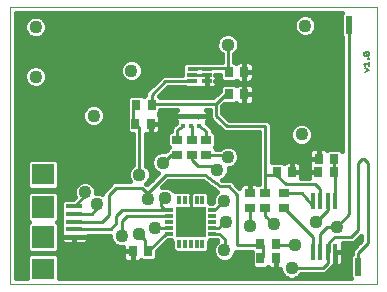
<source format=gtl>
G75*
G70*
%OFA0B0*%
%FSLAX24Y24*%
%IPPOS*%
%LPD*%
%AMOC8*
5,1,8,0,0,1.08239X$1,22.5*
%
%ADD10C,0.0039*%
%ADD11C,0.0050*%
%ADD12R,0.0380X0.0120*%
%ADD13R,0.0340X0.0120*%
%ADD14R,0.0276X0.0354*%
%ADD15R,0.0354X0.0276*%
%ADD16R,0.0177X0.0177*%
%ADD17R,0.0157X0.0177*%
%ADD18R,0.0170X0.0560*%
%ADD19R,0.0276X0.0118*%
%ADD20R,0.0118X0.0276*%
%ADD21R,0.1024X0.1024*%
%ADD22R,0.0551X0.0138*%
%ADD23R,0.0748X0.0709*%
%ADD24R,0.0748X0.0748*%
%ADD25R,0.0197X0.0591*%
%ADD26C,0.0160*%
%ADD27C,0.0440*%
%ADD28C,0.0100*%
%ADD29C,0.0436*%
D10*
X022958Y004884D02*
X022958Y014136D01*
X035202Y014136D01*
X035202Y004884D01*
X022958Y004884D01*
D11*
X034814Y011956D02*
X034941Y012019D01*
X034814Y012083D01*
X034814Y012177D02*
X034751Y012240D01*
X034941Y012240D01*
X034941Y012177D02*
X034941Y012304D01*
X034941Y012398D02*
X034941Y012430D01*
X034909Y012430D01*
X034909Y012398D01*
X034941Y012398D01*
X034909Y012508D02*
X034782Y012508D01*
X034751Y012540D01*
X034751Y012604D01*
X034782Y012635D01*
X034909Y012508D01*
X034941Y012540D01*
X034941Y012604D01*
X034909Y012635D01*
X034782Y012635D01*
D12*
X029061Y012064D03*
D13*
X029041Y011864D03*
X029521Y011864D03*
X029521Y012064D03*
X029521Y011664D03*
X029041Y011664D03*
D14*
X030261Y011970D03*
X030773Y011970D03*
X030781Y011222D03*
X030269Y011222D03*
X027682Y010868D03*
X027171Y010868D03*
X027147Y010246D03*
X027659Y010246D03*
X031852Y008632D03*
X032364Y008632D03*
X033245Y008616D03*
X033757Y008616D03*
X033761Y009077D03*
X033249Y009077D03*
X031820Y006238D03*
X031308Y006238D03*
X031312Y005750D03*
X031824Y005750D03*
X027560Y005986D03*
X027049Y005986D03*
D15*
X030950Y007423D03*
X031478Y007427D03*
X032100Y007427D03*
X032100Y007939D03*
X031478Y007939D03*
X030950Y007935D03*
X029509Y009195D03*
X029017Y009195D03*
X028541Y009195D03*
X028541Y009707D03*
X029017Y009707D03*
X029509Y009707D03*
D16*
X029279Y010161D03*
X029279Y010496D03*
X028747Y010496D03*
X028747Y010161D03*
D17*
X029013Y010161D03*
X029013Y010496D03*
D18*
X033050Y007673D03*
X033300Y007673D03*
X033560Y007673D03*
X033810Y007673D03*
X033810Y005953D03*
X033560Y005953D03*
X033300Y005953D03*
X033050Y005953D03*
D19*
X029714Y006577D03*
X029714Y006773D03*
X029714Y006970D03*
X029714Y007167D03*
X029714Y007364D03*
X028257Y007364D03*
X028257Y007167D03*
X028257Y006970D03*
X028257Y006773D03*
X028257Y006577D03*
D20*
X028592Y006242D03*
X028789Y006242D03*
X028986Y006242D03*
X029182Y006242D03*
X029379Y006242D03*
X029379Y007699D03*
X029182Y007699D03*
X028986Y007699D03*
X028789Y007699D03*
X028592Y007699D03*
D21*
X028986Y006970D03*
D22*
X025112Y006978D03*
X025112Y006722D03*
X025112Y006466D03*
X025112Y007234D03*
X025112Y007490D03*
D23*
X024068Y008553D03*
X024068Y005403D03*
D24*
X024068Y006478D03*
X024068Y007478D03*
D25*
X034572Y005474D03*
X034257Y013545D03*
D26*
X033999Y013601D02*
X033170Y013601D01*
X033179Y013581D02*
X033121Y013720D01*
X033015Y013826D01*
X032876Y013884D01*
X032725Y013884D01*
X032586Y013826D01*
X032480Y013720D01*
X032422Y013581D01*
X032422Y013431D01*
X032480Y013292D01*
X032586Y013185D01*
X032725Y013128D01*
X032876Y013128D01*
X033015Y013185D01*
X033121Y013292D01*
X033179Y013431D01*
X033179Y013581D01*
X033179Y013443D02*
X033999Y013443D01*
X033999Y013284D02*
X033114Y013284D01*
X032487Y013284D02*
X024158Y013284D01*
X024145Y013252D02*
X024202Y013391D01*
X024202Y013542D01*
X024145Y013681D01*
X024038Y013787D01*
X023899Y013845D01*
X023749Y013845D01*
X023610Y013787D01*
X023504Y013681D01*
X023446Y013542D01*
X023446Y013391D01*
X023504Y013252D01*
X023610Y013146D01*
X023749Y013088D01*
X023899Y013088D01*
X024038Y013146D01*
X024145Y013252D01*
X023990Y013126D02*
X029938Y013126D01*
X029904Y013091D02*
X029846Y012951D01*
X029846Y012800D01*
X029904Y012661D01*
X030011Y012554D01*
X030016Y012552D01*
X030016Y012298D01*
X029469Y012298D01*
X029415Y012314D01*
X029385Y012298D01*
X029066Y012298D01*
X029001Y012311D01*
X028981Y012298D01*
X028958Y012298D01*
X028943Y012284D01*
X028805Y012284D01*
X028711Y012190D01*
X028711Y012007D01*
X028703Y011994D01*
X028691Y011948D01*
X028691Y011873D01*
X028052Y011873D01*
X027472Y011294D01*
X027472Y011199D01*
X027427Y011153D01*
X027375Y011205D01*
X026967Y011205D01*
X026873Y011111D01*
X026873Y011001D01*
X026866Y010994D01*
X026866Y010949D01*
X026849Y010908D01*
X026866Y010866D01*
X026866Y010506D01*
X026849Y010489D01*
X026849Y010002D01*
X026943Y009909D01*
X027023Y009909D01*
X027049Y009894D01*
X027063Y009898D01*
X027063Y008869D01*
X027058Y008867D01*
X026951Y008760D01*
X026893Y008621D01*
X026893Y008470D01*
X026951Y008330D01*
X026959Y008322D01*
X026414Y008322D01*
X026055Y007963D01*
X026039Y007947D01*
X026039Y007908D01*
X025947Y007947D01*
X025840Y007947D01*
X025840Y008030D01*
X025783Y008169D01*
X025676Y008275D01*
X025537Y008333D01*
X025387Y008333D01*
X025248Y008275D01*
X025141Y008169D01*
X025084Y008030D01*
X025084Y007879D01*
X025119Y007794D01*
X025044Y007719D01*
X024770Y007719D01*
X024676Y007625D01*
X024676Y006618D01*
X024668Y006605D01*
X024656Y006559D01*
X024656Y006466D01*
X024656Y006374D01*
X024668Y006328D01*
X024692Y006287D01*
X024725Y006253D01*
X024767Y006230D01*
X024812Y006218D01*
X025112Y006218D01*
X025411Y006218D01*
X025457Y006230D01*
X025498Y006253D01*
X025531Y006287D01*
X025555Y006328D01*
X025567Y006374D01*
X025567Y006466D01*
X025112Y006466D01*
X025112Y006466D01*
X025112Y006218D01*
X025112Y006466D01*
X025112Y006466D01*
X025567Y006466D01*
X025567Y006512D01*
X026258Y006512D01*
X026271Y006502D01*
X026304Y006507D01*
X026304Y006423D01*
X026362Y006284D01*
X026468Y006177D01*
X026607Y006120D01*
X026731Y006120D01*
X026731Y005986D01*
X026731Y005785D01*
X026743Y005739D01*
X026767Y005698D01*
X026800Y005665D01*
X026841Y005641D01*
X026887Y005629D01*
X027049Y005629D01*
X027210Y005629D01*
X027256Y005641D01*
X027297Y005665D01*
X027319Y005687D01*
X027356Y005649D01*
X027764Y005649D01*
X027858Y005743D01*
X027858Y005987D01*
X028229Y006358D01*
X028324Y006358D01*
X028330Y006348D01*
X028363Y006314D01*
X028373Y006309D01*
X028373Y006038D01*
X028467Y005944D01*
X029505Y005944D01*
X029598Y006038D01*
X029598Y006309D01*
X029608Y006314D01*
X029641Y006348D01*
X029647Y006358D01*
X029849Y006358D01*
X029874Y006332D01*
X029877Y006329D01*
X029787Y006240D01*
X029730Y006101D01*
X029730Y005950D01*
X029787Y005811D01*
X029893Y005705D01*
X030032Y005647D01*
X030183Y005647D01*
X030322Y005705D01*
X030428Y005811D01*
X030486Y005950D01*
X030486Y005973D01*
X031015Y005973D01*
X031015Y005506D01*
X031108Y005413D01*
X031516Y005413D01*
X031554Y005450D01*
X031576Y005429D01*
X031617Y005405D01*
X031663Y005393D01*
X031824Y005393D01*
X031824Y005750D01*
X031824Y005750D01*
X031824Y005393D01*
X031972Y005393D01*
X031972Y005359D01*
X024602Y005359D01*
X024602Y005201D02*
X032049Y005201D01*
X032030Y005220D02*
X032137Y005113D01*
X032207Y005083D01*
X024602Y005083D01*
X024602Y005824D01*
X024509Y005918D01*
X023628Y005918D01*
X023534Y005824D01*
X023534Y005083D01*
X023158Y005083D01*
X023158Y013936D01*
X034028Y013936D01*
X033999Y013907D01*
X033999Y013184D01*
X034047Y013135D01*
X034047Y009332D01*
X033965Y009414D01*
X033557Y009414D01*
X033519Y009376D01*
X033498Y009398D01*
X033457Y009422D01*
X033411Y009434D01*
X033249Y009434D01*
X033088Y009434D01*
X033042Y009422D01*
X033001Y009398D01*
X032968Y009364D01*
X032944Y009323D01*
X032932Y009278D01*
X032932Y009077D01*
X033249Y009077D01*
X033249Y009434D01*
X033249Y009077D01*
X033249Y009077D01*
X033249Y009077D01*
X032932Y009077D01*
X032932Y008876D01*
X032938Y008854D01*
X032928Y008817D01*
X032928Y008616D01*
X032928Y008440D01*
X032681Y008440D01*
X032681Y008632D01*
X032681Y008833D01*
X032669Y008878D01*
X032645Y008919D01*
X032612Y008953D01*
X032571Y008977D01*
X032525Y008989D01*
X032364Y008989D01*
X032364Y008632D01*
X032681Y008632D01*
X032364Y008632D01*
X032364Y008632D01*
X032364Y008632D01*
X032364Y008989D01*
X032202Y008989D01*
X032156Y008977D01*
X032115Y008953D01*
X032094Y008931D01*
X032056Y008969D01*
X031687Y008969D01*
X031684Y010160D01*
X031684Y010246D01*
X031684Y010247D01*
X031622Y010308D01*
X031561Y010369D01*
X031560Y010369D01*
X031560Y010370D01*
X031474Y010369D01*
X030273Y010369D01*
X030042Y010601D01*
X030042Y010820D01*
X030107Y010885D01*
X030473Y010885D01*
X030511Y010923D01*
X030533Y010901D01*
X030574Y010877D01*
X030619Y010865D01*
X030781Y010865D01*
X030942Y010865D01*
X030988Y010877D01*
X031029Y010901D01*
X031063Y010935D01*
X031086Y010976D01*
X031099Y011021D01*
X031099Y011222D01*
X030781Y011222D01*
X030781Y010865D01*
X030781Y011222D01*
X030781Y011222D01*
X030781Y011222D01*
X031099Y011222D01*
X031099Y011423D01*
X031086Y011469D01*
X031063Y011510D01*
X031029Y011544D01*
X030988Y011567D01*
X030942Y011579D01*
X030781Y011579D01*
X030781Y011222D01*
X030781Y011222D01*
X030781Y011579D01*
X030619Y011579D01*
X030574Y011567D01*
X030533Y011544D01*
X030511Y011522D01*
X030473Y011559D01*
X030065Y011559D01*
X029971Y011466D01*
X029971Y011344D01*
X029745Y011117D01*
X027974Y011117D01*
X027932Y011159D01*
X028226Y011453D01*
X028795Y011453D01*
X028805Y011444D01*
X029268Y011444D01*
X029281Y011436D01*
X029327Y011424D01*
X029521Y011424D01*
X029715Y011424D01*
X029760Y011436D01*
X029801Y011460D01*
X029835Y011494D01*
X029859Y011535D01*
X029871Y011580D01*
X029871Y011664D01*
X029805Y011664D01*
X029805Y011664D01*
X029871Y011664D01*
X029871Y011748D01*
X029867Y011764D01*
X029871Y011780D01*
X029871Y011864D01*
X029805Y011864D01*
X029871Y011864D01*
X029871Y011878D01*
X029963Y011878D01*
X029963Y011727D01*
X030057Y011633D01*
X030465Y011633D01*
X030503Y011671D01*
X030525Y011649D01*
X030566Y011625D01*
X030612Y011613D01*
X030773Y011613D01*
X030935Y011613D01*
X030980Y011625D01*
X031021Y011649D01*
X031055Y011683D01*
X031079Y011724D01*
X031091Y011769D01*
X031091Y011970D01*
X030773Y011970D01*
X030773Y011613D01*
X030773Y011970D01*
X030773Y011970D01*
X030773Y011970D01*
X031091Y011970D01*
X031091Y012171D01*
X031079Y012217D01*
X031055Y012258D01*
X031021Y012292D01*
X030980Y012315D01*
X030935Y012328D01*
X030773Y012328D01*
X030612Y012328D01*
X030566Y012315D01*
X030525Y012292D01*
X030503Y012270D01*
X030465Y012308D01*
X030436Y012308D01*
X030436Y012552D01*
X030441Y012554D01*
X030548Y012661D01*
X030606Y012800D01*
X030606Y012951D01*
X030548Y013091D01*
X030441Y013198D01*
X030301Y013256D01*
X030150Y013256D01*
X030011Y013198D01*
X029904Y013091D01*
X029852Y012967D02*
X023158Y012967D01*
X023158Y012809D02*
X029846Y012809D01*
X029914Y012650D02*
X023158Y012650D01*
X023158Y012492D02*
X030016Y012492D01*
X030016Y012333D02*
X027220Y012333D01*
X027227Y012330D02*
X027088Y012388D01*
X026938Y012388D01*
X026799Y012330D01*
X026693Y012224D01*
X026635Y012085D01*
X026635Y011934D01*
X026693Y011796D01*
X026799Y011689D01*
X026938Y011632D01*
X027088Y011632D01*
X027227Y011689D01*
X027334Y011796D01*
X027391Y011934D01*
X027391Y012085D01*
X027334Y012224D01*
X027227Y012330D01*
X027354Y012175D02*
X028711Y012175D01*
X028711Y012016D02*
X027391Y012016D01*
X027359Y011858D02*
X028037Y011858D01*
X027878Y011699D02*
X027237Y011699D01*
X026789Y011699D02*
X024186Y011699D01*
X024202Y011738D02*
X024145Y011599D01*
X024038Y011492D01*
X023899Y011435D01*
X023749Y011435D01*
X023610Y011492D01*
X023504Y011599D01*
X023446Y011738D01*
X023446Y011888D01*
X023504Y012027D01*
X023610Y012133D01*
X023749Y012191D01*
X023899Y012191D01*
X024038Y012133D01*
X024145Y012027D01*
X024202Y011888D01*
X024202Y011738D01*
X024202Y011858D02*
X026667Y011858D01*
X026635Y012016D02*
X024149Y012016D01*
X023939Y012175D02*
X026672Y012175D01*
X026806Y012333D02*
X023158Y012333D01*
X023158Y012175D02*
X023710Y012175D01*
X023499Y012016D02*
X023158Y012016D01*
X023158Y011858D02*
X023446Y011858D01*
X023462Y011699D02*
X023158Y011699D01*
X023158Y011541D02*
X023562Y011541D01*
X023158Y011382D02*
X027561Y011382D01*
X027720Y011541D02*
X024087Y011541D01*
X023158Y011224D02*
X027472Y011224D01*
X026873Y011065D02*
X023158Y011065D01*
X023158Y010907D02*
X026849Y010907D01*
X026866Y010748D02*
X026053Y010748D01*
X026074Y010728D02*
X025968Y010834D01*
X025829Y010892D01*
X025678Y010892D01*
X025539Y010834D01*
X025433Y010728D01*
X025375Y010589D01*
X025375Y010438D01*
X025433Y010299D01*
X025539Y010193D01*
X025678Y010136D01*
X025829Y010136D01*
X025968Y010193D01*
X026074Y010299D01*
X026131Y010438D01*
X026131Y010589D01*
X026074Y010728D01*
X026131Y010590D02*
X026866Y010590D01*
X026849Y010431D02*
X026128Y010431D01*
X026047Y010273D02*
X026849Y010273D01*
X026849Y010114D02*
X023158Y010114D01*
X023158Y009956D02*
X026896Y009956D01*
X027063Y009797D02*
X023158Y009797D01*
X023158Y009639D02*
X027063Y009639D01*
X027483Y009639D02*
X028204Y009639D01*
X028204Y009502D02*
X028255Y009451D01*
X028204Y009399D01*
X028204Y009379D01*
X028141Y009317D01*
X028136Y009319D01*
X027985Y009319D01*
X027845Y009261D01*
X027738Y009154D01*
X027680Y009014D01*
X027680Y008863D01*
X027738Y008724D01*
X027845Y008617D01*
X027905Y008592D01*
X027537Y008224D01*
X027513Y008248D01*
X027595Y008330D01*
X027653Y008470D01*
X027653Y008621D01*
X027595Y008760D01*
X027488Y008867D01*
X027483Y008869D01*
X027483Y009893D01*
X027497Y009889D01*
X027659Y009889D01*
X027820Y009889D01*
X027866Y009901D01*
X027907Y009925D01*
X027941Y009958D01*
X027964Y009999D01*
X027977Y010045D01*
X027977Y010246D01*
X027977Y010447D01*
X027964Y010493D01*
X027941Y010534D01*
X027915Y010559D01*
X027980Y010625D01*
X027980Y010697D01*
X028517Y010697D01*
X028515Y010695D01*
X028491Y010654D01*
X028479Y010608D01*
X028479Y010496D01*
X028747Y010496D01*
X028747Y010496D01*
X028479Y010496D01*
X028479Y010384D01*
X028491Y010338D01*
X028502Y010319D01*
X028499Y010316D01*
X028499Y010254D01*
X028481Y010243D01*
X028454Y010243D01*
X028409Y010199D01*
X028356Y010166D01*
X028350Y010140D01*
X028331Y010120D01*
X028331Y010058D01*
X028318Y010004D01*
X028297Y010004D01*
X028204Y009911D01*
X028204Y009502D01*
X028226Y009480D02*
X027483Y009480D01*
X027483Y009322D02*
X028146Y009322D01*
X027747Y009163D02*
X027483Y009163D01*
X027483Y009005D02*
X027680Y009005D01*
X027687Y008846D02*
X027509Y008846D01*
X027625Y008688D02*
X027774Y008688D01*
X027842Y008529D02*
X027653Y008529D01*
X027684Y008371D02*
X027612Y008371D01*
X028031Y008124D02*
X028242Y008335D01*
X029131Y008335D01*
X029383Y008335D01*
X029827Y007993D01*
X029857Y007963D01*
X029787Y007893D01*
X029730Y007754D01*
X029730Y007624D01*
X029684Y007583D01*
X029647Y007583D01*
X029641Y007593D01*
X029608Y007626D01*
X029598Y007632D01*
X029598Y007903D01*
X029505Y007996D01*
X029128Y007996D01*
X029114Y008004D01*
X029068Y008016D01*
X028986Y008016D01*
X028986Y007925D01*
X028986Y007925D01*
X028986Y007925D01*
X028986Y008016D01*
X028903Y008016D01*
X028857Y008004D01*
X028844Y007996D01*
X028467Y007996D01*
X028452Y007982D01*
X028354Y008080D01*
X028215Y008138D01*
X028064Y008138D01*
X028031Y008124D01*
X028119Y008212D02*
X029542Y008212D01*
X029749Y008054D02*
X028381Y008054D01*
X029598Y007895D02*
X029789Y007895D01*
X029730Y007737D02*
X029598Y007737D01*
X030352Y008361D02*
X030598Y008115D01*
X030605Y008142D01*
X030629Y008183D01*
X030662Y008217D01*
X030704Y008240D01*
X030749Y008253D01*
X030950Y008253D01*
X030950Y007935D01*
X030950Y007935D01*
X030950Y008253D01*
X031151Y008253D01*
X031197Y008240D01*
X031223Y008225D01*
X031234Y008237D01*
X031268Y008237D01*
X031268Y008545D01*
X031264Y009949D01*
X030099Y009949D01*
X029745Y010304D01*
X029622Y010427D01*
X029622Y010697D01*
X029509Y010697D01*
X029512Y010695D01*
X029535Y010654D01*
X029548Y010608D01*
X029548Y010496D01*
X029279Y010496D01*
X029279Y010496D01*
X029548Y010496D01*
X029548Y010384D01*
X029535Y010338D01*
X029524Y010319D01*
X029528Y010316D01*
X029528Y010249D01*
X029572Y010220D01*
X029596Y010220D01*
X029643Y010173D01*
X029697Y010137D01*
X029702Y010114D01*
X029934Y010114D01*
X029801Y009956D02*
X030093Y009956D01*
X029846Y009911D02*
X029753Y010004D01*
X029725Y010004D01*
X029719Y010031D01*
X029719Y010097D01*
X029702Y010114D01*
X029776Y010273D02*
X029528Y010273D01*
X029548Y010431D02*
X029622Y010431D01*
X029622Y010590D02*
X029548Y010590D01*
X029279Y010496D02*
X029279Y010496D01*
X029272Y010496D01*
X029013Y010496D01*
X029013Y010496D01*
X028747Y010496D01*
X028747Y010496D01*
X028754Y010496D01*
X029013Y010496D01*
X029013Y010496D01*
X029279Y010496D01*
X030053Y010590D02*
X034047Y010590D01*
X034047Y010748D02*
X030042Y010748D01*
X030495Y010907D02*
X030527Y010907D01*
X030781Y010907D02*
X030781Y010907D01*
X030781Y011065D02*
X030781Y011065D01*
X030781Y011224D02*
X030781Y011224D01*
X031099Y011224D02*
X034047Y011224D01*
X034047Y011065D02*
X031099Y011065D01*
X031035Y010907D02*
X034047Y010907D01*
X034047Y010431D02*
X030211Y010431D01*
X031658Y010273D02*
X034047Y010273D01*
X034047Y010114D02*
X032987Y010114D01*
X033003Y010098D02*
X032897Y010204D01*
X032758Y010262D01*
X032607Y010262D01*
X032468Y010204D01*
X032362Y010098D01*
X032304Y009959D01*
X032304Y009809D01*
X032362Y009670D01*
X032468Y009563D01*
X032607Y009506D01*
X032758Y009506D01*
X032897Y009563D01*
X033003Y009670D01*
X033061Y009809D01*
X033061Y009959D01*
X033003Y010098D01*
X033061Y009956D02*
X034047Y009956D01*
X034047Y009797D02*
X033056Y009797D01*
X032972Y009639D02*
X034047Y009639D01*
X034047Y009480D02*
X031685Y009480D01*
X031686Y009322D02*
X032943Y009322D01*
X032932Y009163D02*
X031686Y009163D01*
X031687Y009005D02*
X032932Y009005D01*
X032936Y008846D02*
X032678Y008846D01*
X032681Y008688D02*
X032928Y008688D01*
X032928Y008616D02*
X033245Y008616D01*
X032928Y008616D01*
X032928Y008529D02*
X032681Y008529D01*
X032364Y008688D02*
X032364Y008688D01*
X032364Y008846D02*
X032364Y008846D01*
X033245Y008616D02*
X033245Y008616D01*
X033249Y009163D02*
X033249Y009163D01*
X033249Y009322D02*
X033249Y009322D01*
X032393Y009639D02*
X031685Y009639D01*
X031685Y009797D02*
X032309Y009797D01*
X032304Y009956D02*
X031684Y009956D01*
X031684Y010114D02*
X032378Y010114D01*
X031684Y010247D02*
X031684Y010247D01*
X031265Y009797D02*
X029846Y009797D01*
X029846Y009911D02*
X029846Y009502D01*
X029795Y009451D01*
X029840Y009405D01*
X029960Y009405D01*
X030012Y009456D01*
X030151Y009514D01*
X030301Y009514D01*
X030440Y009456D01*
X030546Y009350D01*
X030604Y009211D01*
X030604Y009060D01*
X030546Y008922D01*
X030440Y008815D01*
X030301Y008758D01*
X030250Y008758D01*
X030250Y008627D01*
X030192Y008488D01*
X030086Y008382D01*
X030037Y008362D01*
X030037Y008361D01*
X030352Y008361D01*
X030501Y008212D02*
X030658Y008212D01*
X030950Y008212D02*
X030950Y008212D01*
X030950Y008054D02*
X030950Y008054D01*
X031268Y008371D02*
X030058Y008371D01*
X030209Y008529D02*
X031268Y008529D01*
X031267Y008688D02*
X030250Y008688D01*
X030471Y008846D02*
X031267Y008846D01*
X031267Y009005D02*
X030581Y009005D01*
X030604Y009163D02*
X031266Y009163D01*
X031266Y009322D02*
X030558Y009322D01*
X030382Y009480D02*
X031265Y009480D01*
X031265Y009639D02*
X029846Y009639D01*
X029824Y009480D02*
X030070Y009480D01*
X028249Y009956D02*
X027938Y009956D01*
X027977Y010114D02*
X028331Y010114D01*
X028499Y010273D02*
X027977Y010273D01*
X027977Y010246D02*
X027659Y010246D01*
X027659Y010246D01*
X027977Y010246D01*
X027977Y010431D02*
X028479Y010431D01*
X028479Y010590D02*
X027945Y010590D01*
X027659Y010246D02*
X027659Y009889D01*
X027659Y010246D01*
X027659Y010246D01*
X027659Y010114D02*
X027659Y010114D01*
X027659Y009956D02*
X027659Y009956D01*
X027483Y009797D02*
X028204Y009797D01*
X027063Y009480D02*
X023158Y009480D01*
X023158Y009322D02*
X027063Y009322D01*
X027063Y009163D02*
X023158Y009163D01*
X023158Y009005D02*
X023565Y009005D01*
X023534Y008974D02*
X023534Y008132D01*
X023628Y008039D01*
X024509Y008039D01*
X024602Y008132D01*
X024602Y008974D01*
X024509Y009067D01*
X023628Y009067D01*
X023534Y008974D01*
X023534Y008846D02*
X023158Y008846D01*
X023158Y008688D02*
X023534Y008688D01*
X023534Y008529D02*
X023158Y008529D01*
X023158Y008371D02*
X023534Y008371D01*
X023534Y008212D02*
X023158Y008212D01*
X023158Y008054D02*
X023613Y008054D01*
X023628Y008012D02*
X023534Y007919D01*
X023534Y007038D01*
X023594Y006978D01*
X023534Y006919D01*
X023534Y006038D01*
X023628Y005944D01*
X024509Y005944D01*
X024602Y006038D01*
X024602Y006919D01*
X024543Y006978D01*
X024602Y007038D01*
X024602Y007919D01*
X024509Y008012D01*
X023628Y008012D01*
X023534Y007895D02*
X023158Y007895D01*
X023158Y007737D02*
X023534Y007737D01*
X023534Y007578D02*
X023158Y007578D01*
X023158Y007420D02*
X023534Y007420D01*
X023534Y007261D02*
X023158Y007261D01*
X023158Y007103D02*
X023534Y007103D01*
X023560Y006944D02*
X023158Y006944D01*
X023158Y006786D02*
X023534Y006786D01*
X023534Y006627D02*
X023158Y006627D01*
X023158Y006469D02*
X023534Y006469D01*
X023534Y006310D02*
X023158Y006310D01*
X023158Y006152D02*
X023534Y006152D01*
X023579Y005993D02*
X023158Y005993D01*
X023158Y005835D02*
X023545Y005835D01*
X023534Y005676D02*
X023158Y005676D01*
X023158Y005518D02*
X023534Y005518D01*
X023534Y005359D02*
X023158Y005359D01*
X023158Y005201D02*
X023534Y005201D01*
X024602Y005518D02*
X031015Y005518D01*
X031015Y005676D02*
X030253Y005676D01*
X030438Y005835D02*
X031015Y005835D01*
X031824Y005676D02*
X031824Y005676D01*
X031824Y005518D02*
X031824Y005518D01*
X031972Y005359D02*
X032030Y005220D01*
X032496Y005083D02*
X032567Y005113D01*
X032674Y005220D01*
X032676Y005225D01*
X033478Y005225D01*
X033636Y005382D01*
X033746Y005493D01*
X033810Y005493D01*
X033810Y005953D01*
X033810Y005953D01*
X033810Y005493D01*
X033919Y005493D01*
X033965Y005505D01*
X034006Y005529D01*
X034040Y005562D01*
X034063Y005603D01*
X034075Y005649D01*
X034075Y005953D01*
X034075Y006249D01*
X034423Y006249D01*
X034659Y006485D01*
X034677Y006503D01*
X034677Y006349D01*
X034362Y006034D01*
X034362Y005884D01*
X034314Y005836D01*
X034314Y005113D01*
X034343Y005083D01*
X032496Y005083D01*
X032655Y005201D02*
X034314Y005201D01*
X034314Y005359D02*
X033612Y005359D01*
X033810Y005518D02*
X033810Y005518D01*
X033810Y005676D02*
X033810Y005676D01*
X033810Y005835D02*
X033810Y005835D01*
X033811Y005953D02*
X033811Y005953D01*
X034075Y005953D01*
X033811Y005953D01*
X034075Y005993D02*
X034362Y005993D01*
X034480Y006152D02*
X034075Y006152D01*
X034485Y006310D02*
X034639Y006310D01*
X034643Y006469D02*
X034677Y006469D01*
X034314Y005835D02*
X034075Y005835D01*
X034075Y005676D02*
X034314Y005676D01*
X034314Y005518D02*
X033987Y005518D01*
X029963Y005676D02*
X027792Y005676D01*
X027858Y005835D02*
X029777Y005835D01*
X029730Y005993D02*
X029554Y005993D01*
X029598Y006152D02*
X029751Y006152D01*
X029858Y006310D02*
X029601Y006310D01*
X028418Y005993D02*
X027865Y005993D01*
X028023Y006152D02*
X028373Y006152D01*
X028371Y006310D02*
X028182Y006310D01*
X027049Y005986D02*
X027049Y005629D01*
X027049Y005986D01*
X027049Y005986D01*
X026731Y005986D01*
X027049Y005986D01*
X027049Y005986D01*
X026731Y005993D02*
X024558Y005993D01*
X024602Y006152D02*
X026530Y006152D01*
X026351Y006310D02*
X025545Y006310D01*
X025567Y006469D02*
X026304Y006469D01*
X025112Y006466D02*
X024656Y006466D01*
X025112Y006466D01*
X025112Y006466D01*
X025112Y006310D02*
X025112Y006310D01*
X024679Y006310D02*
X024602Y006310D01*
X024602Y006469D02*
X024656Y006469D01*
X024676Y006627D02*
X024602Y006627D01*
X024602Y006786D02*
X024676Y006786D01*
X024676Y006944D02*
X024577Y006944D01*
X024602Y007103D02*
X024676Y007103D01*
X024676Y007261D02*
X024602Y007261D01*
X024602Y007420D02*
X024676Y007420D01*
X024676Y007578D02*
X024602Y007578D01*
X024602Y007737D02*
X025061Y007737D01*
X025084Y007895D02*
X024602Y007895D01*
X024524Y008054D02*
X025094Y008054D01*
X025185Y008212D02*
X024602Y008212D01*
X024602Y008371D02*
X026934Y008371D01*
X026893Y008529D02*
X024602Y008529D01*
X024602Y008688D02*
X026921Y008688D01*
X027037Y008846D02*
X024602Y008846D01*
X024571Y009005D02*
X027063Y009005D01*
X026305Y008212D02*
X025739Y008212D01*
X025830Y008054D02*
X026146Y008054D01*
X025460Y010273D02*
X023158Y010273D01*
X023158Y010431D02*
X025378Y010431D01*
X025376Y010590D02*
X023158Y010590D01*
X023158Y010748D02*
X025453Y010748D01*
X027997Y011224D02*
X029851Y011224D01*
X029971Y011382D02*
X028155Y011382D01*
X029521Y011424D02*
X029521Y011664D01*
X029521Y011424D01*
X029521Y011541D02*
X029521Y011541D01*
X029521Y011664D02*
X029521Y011664D01*
X029521Y011844D01*
X029521Y011844D01*
X029521Y011664D01*
X029521Y011664D01*
X029521Y011699D02*
X029521Y011699D01*
X029805Y011864D02*
X029805Y011864D01*
X029871Y011858D02*
X029963Y011858D01*
X029991Y011699D02*
X029871Y011699D01*
X029860Y011541D02*
X030046Y011541D01*
X030492Y011541D02*
X030530Y011541D01*
X030781Y011541D02*
X030781Y011541D01*
X030773Y011699D02*
X030773Y011699D01*
X030773Y011858D02*
X030773Y011858D01*
X030773Y011970D02*
X030773Y012328D01*
X030773Y011970D01*
X030773Y011970D01*
X030773Y012016D02*
X030773Y012016D01*
X030773Y012175D02*
X030773Y012175D01*
X031090Y012175D02*
X034047Y012175D01*
X034047Y012333D02*
X030436Y012333D01*
X030436Y012492D02*
X034047Y012492D01*
X034047Y012650D02*
X030538Y012650D01*
X030606Y012809D02*
X034047Y012809D01*
X034047Y012967D02*
X030599Y012967D01*
X030513Y013126D02*
X034047Y013126D01*
X032422Y013443D02*
X024202Y013443D01*
X024178Y013601D02*
X032431Y013601D01*
X032520Y013760D02*
X024066Y013760D01*
X023583Y013760D02*
X023158Y013760D01*
X023158Y013918D02*
X034010Y013918D01*
X033999Y013760D02*
X033081Y013760D01*
X034047Y012016D02*
X031091Y012016D01*
X031091Y011858D02*
X034047Y011858D01*
X034047Y011699D02*
X031064Y011699D01*
X031032Y011541D02*
X034047Y011541D01*
X034047Y011382D02*
X031099Y011382D01*
X030781Y011382D02*
X030781Y011382D01*
X023659Y013126D02*
X023158Y013126D01*
X023158Y013284D02*
X023490Y013284D01*
X023446Y013443D02*
X023158Y013443D01*
X023158Y013601D02*
X023471Y013601D01*
X024592Y005835D02*
X026731Y005835D01*
X026789Y005676D02*
X024602Y005676D01*
X027049Y005676D02*
X027049Y005676D01*
X027049Y005835D02*
X027049Y005835D01*
X027308Y005676D02*
X027329Y005676D01*
D27*
X027273Y006577D03*
X028139Y007758D03*
X027273Y008545D03*
X028060Y008939D03*
X030619Y010514D03*
X030226Y012876D03*
X029399Y013585D03*
X033179Y006970D03*
X032470Y006183D03*
X030950Y006840D03*
X032352Y005435D03*
D28*
X032864Y005435D01*
X033391Y005435D01*
X033549Y005592D01*
X033549Y005941D01*
X033560Y005953D01*
X033588Y005980D01*
X033588Y006301D01*
X033785Y006459D01*
X034336Y006459D01*
X034572Y006695D01*
X034572Y008821D01*
X034572Y008939D01*
X034690Y009057D01*
X034769Y009057D01*
X034887Y008939D01*
X034887Y006262D01*
X034572Y005947D01*
X034572Y005474D01*
X033824Y005592D02*
X033824Y005939D01*
X033810Y005953D01*
X033844Y005986D01*
X034360Y005986D01*
X033560Y005953D02*
X033572Y005789D01*
X033300Y005953D02*
X033300Y006266D01*
X033300Y006580D01*
X033324Y006604D01*
X033533Y006813D01*
X033848Y006813D01*
X034257Y007222D01*
X034257Y013545D01*
X030226Y012876D02*
X030226Y012088D01*
X030261Y011970D01*
X030226Y012088D01*
X029438Y012088D01*
X029521Y012064D01*
X029438Y012088D01*
X029045Y012088D01*
X029061Y012064D01*
X029041Y011864D02*
X029521Y011864D01*
X029041Y011664D02*
X029040Y011663D01*
X028139Y011663D01*
X027682Y011207D01*
X027682Y010868D01*
X027667Y010907D01*
X029832Y010907D01*
X030226Y011301D01*
X030269Y011222D01*
X029832Y010907D02*
X029832Y010514D01*
X030186Y010159D01*
X031474Y010159D01*
X031478Y008545D01*
X031604Y008545D01*
X031840Y008545D01*
X032155Y008230D01*
X033139Y008230D01*
X033297Y008073D01*
X033297Y007876D01*
X033300Y007872D01*
X033300Y007673D01*
X033050Y007673D02*
X032982Y007561D01*
X032682Y007939D01*
X032100Y007939D01*
X031478Y007939D02*
X031478Y008545D01*
X031604Y008545D01*
X031801Y008545D01*
X031852Y008632D01*
X031604Y008545D02*
X031478Y008545D01*
X030541Y007876D02*
X030265Y008151D01*
X029966Y008151D01*
X029454Y008545D01*
X029218Y008545D01*
X028155Y008545D01*
X027682Y008073D01*
X027549Y007939D01*
X027549Y007915D01*
X027352Y008112D01*
X027328Y008112D01*
X027289Y008112D01*
X026501Y008112D01*
X026265Y007876D01*
X026249Y007860D01*
X026249Y007191D01*
X026029Y006970D01*
X025344Y006970D01*
X025112Y006978D01*
X025112Y006722D02*
X025765Y006722D01*
X026328Y006722D01*
X026486Y006931D01*
X026486Y007151D01*
X026698Y007364D01*
X027864Y007364D01*
X028116Y007364D01*
X028257Y007364D01*
X028116Y007364D01*
X027997Y007482D01*
X027997Y007679D01*
X028076Y007758D01*
X028139Y007758D01*
X027549Y007718D02*
X027549Y007915D01*
X028982Y007703D02*
X028986Y007699D01*
X028986Y006970D01*
X029714Y006773D02*
X029911Y006773D01*
X030159Y006970D01*
X030950Y006840D02*
X030950Y007423D01*
X031478Y007427D02*
X031478Y007175D01*
X031761Y006892D01*
X032100Y007427D02*
X033050Y006476D01*
X033050Y005953D01*
X032470Y006183D02*
X031801Y006183D01*
X031820Y006238D01*
X031407Y006183D02*
X031308Y006238D01*
X031407Y006183D01*
X030541Y006183D01*
X030541Y007876D01*
X030108Y007679D02*
X029753Y007364D01*
X029714Y007364D01*
X028982Y007703D02*
X028982Y008191D01*
X029753Y008821D02*
X029871Y008703D01*
X029753Y008821D02*
X029415Y008821D01*
X029218Y008821D01*
X029017Y009022D01*
X029017Y009195D01*
X028541Y009195D02*
X028533Y009136D01*
X028541Y009195D02*
X028316Y009195D01*
X028060Y008939D01*
X027273Y008545D02*
X027273Y010120D01*
X027147Y010246D01*
X027076Y010120D01*
X027076Y010907D01*
X027171Y010868D01*
X028541Y010033D02*
X028747Y010161D01*
X028541Y010033D02*
X028541Y009707D01*
X029017Y009707D02*
X029017Y010157D01*
X029013Y010161D01*
X029279Y010161D02*
X029509Y010010D01*
X029509Y009707D01*
X029509Y009195D02*
X030127Y009195D01*
X030226Y009136D01*
X033761Y009077D02*
X033769Y008939D01*
X033769Y008545D01*
X033810Y008504D01*
X033810Y007673D01*
X033560Y007673D02*
X033572Y007561D01*
X033572Y007364D01*
X033179Y006970D01*
X031407Y006183D02*
X031407Y005789D01*
X031312Y005750D01*
X031824Y005750D02*
X031824Y005270D01*
X032013Y005081D01*
X033352Y005081D01*
X033470Y005199D01*
X033470Y005238D01*
X033824Y005592D01*
X030123Y006041D02*
X030108Y006025D01*
X030123Y006041D02*
X030123Y006380D01*
X030084Y006419D01*
X029927Y006577D01*
X029714Y006577D01*
X028257Y006577D02*
X028151Y006577D01*
X027560Y005986D01*
X027470Y005986D01*
X027470Y006380D01*
X027273Y006577D01*
X027785Y006773D02*
X028257Y006773D01*
X028257Y007167D02*
X027997Y007167D01*
X027988Y007168D01*
X026870Y007168D01*
X026856Y007168D01*
X026698Y007010D01*
X026698Y006514D01*
X026682Y006498D01*
X025871Y007419D02*
X025686Y007234D01*
X025112Y007234D01*
X025123Y007246D01*
X025112Y007490D02*
X025462Y007840D01*
X025462Y007955D01*
X025871Y007569D02*
X025871Y007419D01*
X033757Y008616D02*
X033769Y008545D01*
X029272Y010496D02*
X029242Y010435D01*
D29*
X030596Y009648D03*
X030226Y009136D03*
X029871Y008703D03*
X028982Y008191D03*
X030108Y007679D03*
X030159Y006970D03*
X031761Y006892D03*
X033848Y006813D03*
X030108Y006025D03*
X027785Y006773D03*
X026682Y006498D03*
X025871Y007569D03*
X025462Y007955D03*
X027549Y007718D03*
X032682Y009884D03*
X027013Y012010D03*
X023824Y011813D03*
X025753Y010514D03*
X023824Y013466D03*
X032801Y013506D03*
X024848Y005317D03*
M02*

</source>
